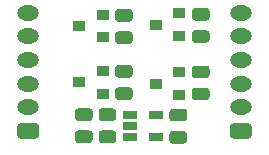
<source format=gbr>
%TF.GenerationSoftware,KiCad,Pcbnew,5.1.6-c6e7f7d~87~ubuntu20.04.1*%
%TF.CreationDate,2020-08-25T19:21:37-04:00*%
%TF.ProjectId,4_Channel_Level_Shifter,345f4368-616e-46e6-956c-5f4c6576656c,rev?*%
%TF.SameCoordinates,Original*%
%TF.FileFunction,Soldermask,Top*%
%TF.FilePolarity,Negative*%
%FSLAX46Y46*%
G04 Gerber Fmt 4.6, Leading zero omitted, Abs format (unit mm)*
G04 Created by KiCad (PCBNEW 5.1.6-c6e7f7d~87~ubuntu20.04.1) date 2020-08-25 19:21:37*
%MOMM*%
%LPD*%
G01*
G04 APERTURE LIST*
%ADD10R,1.160000X0.750000*%
%ADD11R,1.000000X0.900000*%
%ADD12O,1.850000X1.300000*%
G04 APERTURE END LIST*
D10*
%TO.C,U1*%
X166000000Y-105050000D03*
X166000000Y-106950000D03*
X163800000Y-106950000D03*
X163800000Y-106000000D03*
X163800000Y-105050000D03*
%TD*%
%TO.C,R4*%
G36*
G01*
X170281250Y-97062500D02*
X169318750Y-97062500D01*
G75*
G02*
X169050000Y-96793750I0J268750D01*
G01*
X169050000Y-96256250D01*
G75*
G02*
X169318750Y-95987500I268750J0D01*
G01*
X170281250Y-95987500D01*
G75*
G02*
X170550000Y-96256250I0J-268750D01*
G01*
X170550000Y-96793750D01*
G75*
G02*
X170281250Y-97062500I-268750J0D01*
G01*
G37*
G36*
G01*
X170281250Y-98937500D02*
X169318750Y-98937500D01*
G75*
G02*
X169050000Y-98668750I0J268750D01*
G01*
X169050000Y-98131250D01*
G75*
G02*
X169318750Y-97862500I268750J0D01*
G01*
X170281250Y-97862500D01*
G75*
G02*
X170550000Y-98131250I0J-268750D01*
G01*
X170550000Y-98668750D01*
G75*
G02*
X170281250Y-98937500I-268750J0D01*
G01*
G37*
%TD*%
%TO.C,R3*%
G36*
G01*
X163781250Y-97162500D02*
X162818750Y-97162500D01*
G75*
G02*
X162550000Y-96893750I0J268750D01*
G01*
X162550000Y-96356250D01*
G75*
G02*
X162818750Y-96087500I268750J0D01*
G01*
X163781250Y-96087500D01*
G75*
G02*
X164050000Y-96356250I0J-268750D01*
G01*
X164050000Y-96893750D01*
G75*
G02*
X163781250Y-97162500I-268750J0D01*
G01*
G37*
G36*
G01*
X163781250Y-99037500D02*
X162818750Y-99037500D01*
G75*
G02*
X162550000Y-98768750I0J268750D01*
G01*
X162550000Y-98231250D01*
G75*
G02*
X162818750Y-97962500I268750J0D01*
G01*
X163781250Y-97962500D01*
G75*
G02*
X164050000Y-98231250I0J-268750D01*
G01*
X164050000Y-98768750D01*
G75*
G02*
X163781250Y-99037500I-268750J0D01*
G01*
G37*
%TD*%
%TO.C,R2*%
G36*
G01*
X170281250Y-101937500D02*
X169318750Y-101937500D01*
G75*
G02*
X169050000Y-101668750I0J268750D01*
G01*
X169050000Y-101131250D01*
G75*
G02*
X169318750Y-100862500I268750J0D01*
G01*
X170281250Y-100862500D01*
G75*
G02*
X170550000Y-101131250I0J-268750D01*
G01*
X170550000Y-101668750D01*
G75*
G02*
X170281250Y-101937500I-268750J0D01*
G01*
G37*
G36*
G01*
X170281250Y-103812500D02*
X169318750Y-103812500D01*
G75*
G02*
X169050000Y-103543750I0J268750D01*
G01*
X169050000Y-103006250D01*
G75*
G02*
X169318750Y-102737500I268750J0D01*
G01*
X170281250Y-102737500D01*
G75*
G02*
X170550000Y-103006250I0J-268750D01*
G01*
X170550000Y-103543750D01*
G75*
G02*
X170281250Y-103812500I-268750J0D01*
G01*
G37*
%TD*%
%TO.C,R1*%
G36*
G01*
X163781250Y-101900000D02*
X162818750Y-101900000D01*
G75*
G02*
X162550000Y-101631250I0J268750D01*
G01*
X162550000Y-101093750D01*
G75*
G02*
X162818750Y-100825000I268750J0D01*
G01*
X163781250Y-100825000D01*
G75*
G02*
X164050000Y-101093750I0J-268750D01*
G01*
X164050000Y-101631250D01*
G75*
G02*
X163781250Y-101900000I-268750J0D01*
G01*
G37*
G36*
G01*
X163781250Y-103775000D02*
X162818750Y-103775000D01*
G75*
G02*
X162550000Y-103506250I0J268750D01*
G01*
X162550000Y-102968750D01*
G75*
G02*
X162818750Y-102700000I268750J0D01*
G01*
X163781250Y-102700000D01*
G75*
G02*
X164050000Y-102968750I0J-268750D01*
G01*
X164050000Y-103506250D01*
G75*
G02*
X163781250Y-103775000I-268750J0D01*
G01*
G37*
%TD*%
D11*
%TO.C,Q4*%
X166000000Y-97400000D03*
X168000000Y-96450000D03*
X168000000Y-98350000D03*
%TD*%
%TO.C,Q3*%
X159500000Y-97500000D03*
X161500000Y-96550000D03*
X161500000Y-98450000D03*
%TD*%
%TO.C,Q2*%
X166000000Y-102400000D03*
X168000000Y-101450000D03*
X168000000Y-103350000D03*
%TD*%
%TO.C,Q1*%
X159500000Y-102300000D03*
X161500000Y-101350000D03*
X161500000Y-103250000D03*
%TD*%
D12*
%TO.C,J2*%
X173200000Y-96400000D03*
X173200000Y-98400000D03*
X173200000Y-100400000D03*
X173200000Y-102400000D03*
X173200000Y-104400000D03*
G36*
G01*
X173854168Y-107050000D02*
X172545832Y-107050000D01*
G75*
G02*
X172275000Y-106779168I0J270832D01*
G01*
X172275000Y-106020832D01*
G75*
G02*
X172545832Y-105750000I270832J0D01*
G01*
X173854168Y-105750000D01*
G75*
G02*
X174125000Y-106020832I0J-270832D01*
G01*
X174125000Y-106779168D01*
G75*
G02*
X173854168Y-107050000I-270832J0D01*
G01*
G37*
%TD*%
%TO.C,J1*%
X155200000Y-96400000D03*
X155200000Y-98400000D03*
X155200000Y-100400000D03*
X155200000Y-102400000D03*
X155200000Y-104400000D03*
G36*
G01*
X155854168Y-107050000D02*
X154545832Y-107050000D01*
G75*
G02*
X154275000Y-106779168I0J270832D01*
G01*
X154275000Y-106020832D01*
G75*
G02*
X154545832Y-105750000I270832J0D01*
G01*
X155854168Y-105750000D01*
G75*
G02*
X156125000Y-106020832I0J-270832D01*
G01*
X156125000Y-106779168D01*
G75*
G02*
X155854168Y-107050000I-270832J0D01*
G01*
G37*
%TD*%
%TO.C,C3*%
G36*
G01*
X167418750Y-106400000D02*
X168381250Y-106400000D01*
G75*
G02*
X168650000Y-106668750I0J-268750D01*
G01*
X168650000Y-107206250D01*
G75*
G02*
X168381250Y-107475000I-268750J0D01*
G01*
X167418750Y-107475000D01*
G75*
G02*
X167150000Y-107206250I0J268750D01*
G01*
X167150000Y-106668750D01*
G75*
G02*
X167418750Y-106400000I268750J0D01*
G01*
G37*
G36*
G01*
X167418750Y-104525000D02*
X168381250Y-104525000D01*
G75*
G02*
X168650000Y-104793750I0J-268750D01*
G01*
X168650000Y-105331250D01*
G75*
G02*
X168381250Y-105600000I-268750J0D01*
G01*
X167418750Y-105600000D01*
G75*
G02*
X167150000Y-105331250I0J268750D01*
G01*
X167150000Y-104793750D01*
G75*
G02*
X167418750Y-104525000I268750J0D01*
G01*
G37*
%TD*%
%TO.C,C2*%
G36*
G01*
X161418750Y-106362500D02*
X162381250Y-106362500D01*
G75*
G02*
X162650000Y-106631250I0J-268750D01*
G01*
X162650000Y-107168750D01*
G75*
G02*
X162381250Y-107437500I-268750J0D01*
G01*
X161418750Y-107437500D01*
G75*
G02*
X161150000Y-107168750I0J268750D01*
G01*
X161150000Y-106631250D01*
G75*
G02*
X161418750Y-106362500I268750J0D01*
G01*
G37*
G36*
G01*
X161418750Y-104487500D02*
X162381250Y-104487500D01*
G75*
G02*
X162650000Y-104756250I0J-268750D01*
G01*
X162650000Y-105293750D01*
G75*
G02*
X162381250Y-105562500I-268750J0D01*
G01*
X161418750Y-105562500D01*
G75*
G02*
X161150000Y-105293750I0J268750D01*
G01*
X161150000Y-104756250D01*
G75*
G02*
X161418750Y-104487500I268750J0D01*
G01*
G37*
%TD*%
%TO.C,C1*%
G36*
G01*
X159418750Y-106362500D02*
X160381250Y-106362500D01*
G75*
G02*
X160650000Y-106631250I0J-268750D01*
G01*
X160650000Y-107168750D01*
G75*
G02*
X160381250Y-107437500I-268750J0D01*
G01*
X159418750Y-107437500D01*
G75*
G02*
X159150000Y-107168750I0J268750D01*
G01*
X159150000Y-106631250D01*
G75*
G02*
X159418750Y-106362500I268750J0D01*
G01*
G37*
G36*
G01*
X159418750Y-104487500D02*
X160381250Y-104487500D01*
G75*
G02*
X160650000Y-104756250I0J-268750D01*
G01*
X160650000Y-105293750D01*
G75*
G02*
X160381250Y-105562500I-268750J0D01*
G01*
X159418750Y-105562500D01*
G75*
G02*
X159150000Y-105293750I0J268750D01*
G01*
X159150000Y-104756250D01*
G75*
G02*
X159418750Y-104487500I268750J0D01*
G01*
G37*
%TD*%
M02*

</source>
